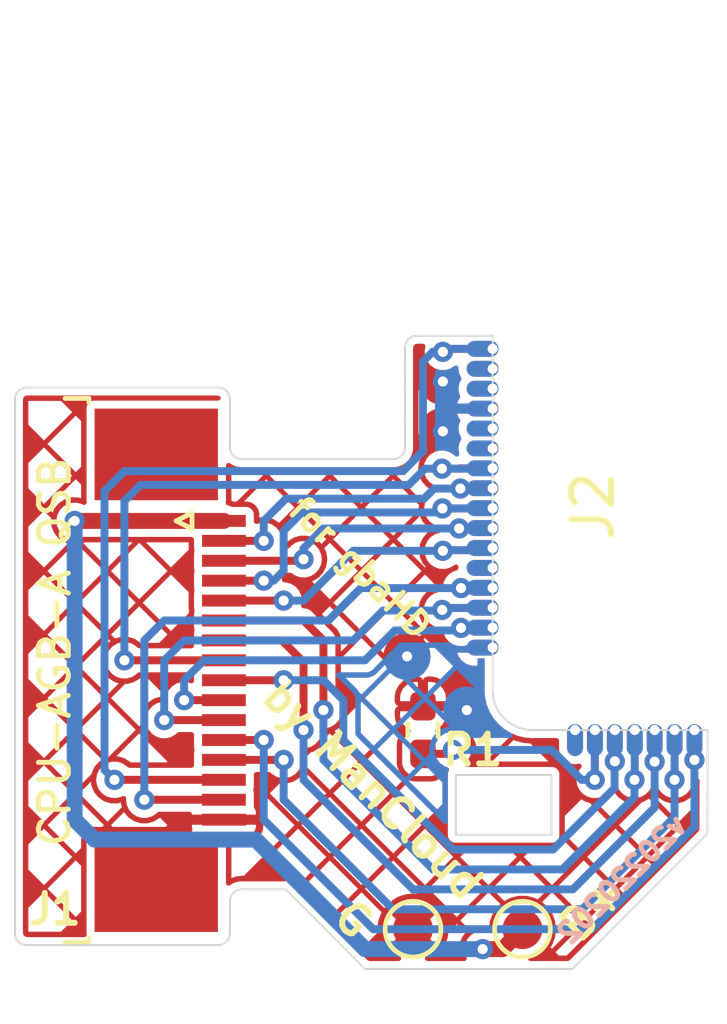
<source format=kicad_pcb>
(kicad_pcb (version 20211014) (generator pcbnew)
  (layers (0 "F.Cu" signal) (31 "B.Cu" signal) (34 "B.Paste" user) (35 "F.Paste" user) (36 "B.SilkS" user "B.Silkscreen") (37 "F.SilkS" user "F.Silkscreen") (38 "B.Mask" user) (39 "F.Mask" user) (44 "Edge.Cuts" user))
  (net 0 "")
  (net 1 "VCC")
  (net 2 "GND")
  (net 3 "Net-(J1-Pad2)")
  (net 4 "Net-(J1-Pad3)")
  (net 5 "Net-(J1-Pad4)")
  (net 6 "Net-(J1-Pad5)")
  (net 7 "Net-(J1-Pad6)")
  (net 8 "Net-(J1-Pad7)")
  (net 9 "Net-(J1-Pad8)")
  (net 10 "Net-(J1-Pad9)")
  (net 11 "Net-(J1-Pad10)")
  (net 12 "Net-(J1-Pad11)")
  (net 13 "Net-(J1-Pad12)")
  (net 14 "Net-(J1-Pad13)")
  (net 15 "Net-(J1-Pad14)")
  (net 16 "Net-(J1-Pad15)")
  (net 17 "Net-(J2-Pad2)")
  (footprint "TestPoint:TestPoint_Pad_D1.0mm" (layer "F.Cu") (at 180.277 92.573)
    (fp_text reference "B+" (at 1.75 -0.5 45) (layer "F.SilkS") (effects (font (size 0.75 0.75))))
    (fp_text value "BAT+")
    (fp_circle (center 0 0) (end 0 0.7) (layer "F.SilkS") (width 0.12) (fill none))
    (pad "1" smd circle locked (at 0 0) (size 1 1) (layers "F.Cu" "F.Mask") (net 1 "VCC"))
  )
  (footprint "Connector_FFC-FPC:TE_1-1734839-6_1x16-1MP_P0.5mm_Horizontal" (layer "F.Cu") (at 171.427 86.073 -90)
    (fp_text reference "J1" (at 6 2.9 180) (layer "F.SilkS") (effects (font (size 0.75 0.75))))
    (fp_text value "Conn_01x16")
    (fp_line (start 6.825 2.04) (end 6.825 2.64) (layer "F.SilkS") (width 0.12))
    (fp_line (start -6.825 2.04) (end -6.825 2.64) (layer "F.SilkS") (width 0.12))
    (fp_line (start -3.55 -0.55) (end -3.95 -0.55) (layer "F.SilkS") (width 0.12))
    (fp_line (start 6.715 2.04) (end 6.825 2.04) (layer "F.SilkS") (width 0.12))
    (fp_line (start -3.95 -0.55) (end -3.75 -0.15) (layer "F.SilkS") (width 0.12))
    (fp_line (start -6.715 2.04) (end -6.825 2.04) (layer "F.SilkS") (width 0.12))
    (fp_line (start -3.75 -0.15) (end -3.55 -0.55) (layer "F.SilkS") (width 0.12))
    (pad "1" smd rect (at -3.75 -1.35 270) (size 0.3 1.1) (layers "F.Cu" "F.Paste" "F.Mask") (net 1 "VCC"))
    (pad "2" smd rect (at -3.25 -1.35 270) (size 0.3 1.1) (layers "F.Cu" "F.Paste" "F.Mask") (net 3 "Net-(J1-Pad2)"))
    (pad "3" smd rect (at -2.75 -1.35 270) (size 0.3 1.1) (layers "F.Cu" "F.Paste" "F.Mask") (net 4 "Net-(J1-Pad3)"))
    (pad "4" smd rect (at -2.25 -1.35 270) (size 0.3 1.1) (layers "F.Cu" "F.Paste" "F.Mask") (net 5 "Net-(J1-Pad4)"))
    (pad "5" smd rect (at -1.75 -1.35 270) (size 0.3 1.1) (layers "F.Cu" "F.Paste" "F.Mask") (net 6 "Net-(J1-Pad5)"))
    (pad "6" smd rect (at -1.25 -1.35 270) (size 0.3 1.1) (layers "F.Cu" "F.Paste" "F.Mask") (net 7 "Net-(J1-Pad6)"))
    (pad "7" smd rect (at -0.75 -1.35 270) (size 0.3 1.1) (layers "F.Cu" "F.Paste" "F.Mask") (net 8 "Net-(J1-Pad7)"))
    (pad "8" smd rect (at -0.25 -1.35 270) (size 0.3 1.1) (layers "F.Cu" "F.Paste" "F.Mask") (net 9 "Net-(J1-Pad8)"))
    (pad "9" smd rect (at 0.25 -1.35 270) (size 0.3 1.1) (layers "F.Cu" "F.Paste" "F.Mask") (net 10 "Net-(J1-Pad9)"))
    (pad "10" smd rect (at 0.75 -1.35 270) (size 0.3 1.1) (layers "F.Cu" "F.Paste" "F.Mask") (net 11 "Net-(J1-Pad10)"))
    (pad "11" smd rect (at 1.25 -1.35 270) (size 0.3 1.1) (layers "F.Cu" "F.Paste" "F.Mask") (net 12 "Net-(J1-Pad11)"))
    (pad "12" smd rect (at 1.75 -1.35 270) (size 0.3 1.1) (layers "F.Cu" "F.Paste" "F.Mask") (net 13 "Net-(J1-Pad12)"))
    (pad "13" smd rect (at 2.25 -1.35 270) (size 0.3 1.1) (layers "F.Cu" "F.Paste" "F.Mask") (net 14 "Net-(J1-Pad13)"))
    (pad "14" smd rect (at 2.75 -1.35 270) (size 0.3 1.1) (layers "F.Cu" "F.Paste" "F.Mask") (net 15 "Net-(J1-Pad14)"))
    (pad "15" smd rect (at 3.25 -1.35 270) (size 0.3 1.1) (layers "F.Cu" "F.Paste" "F.Mask") (net 16 "Net-(J1-Pad15)"))
    (pad "16" smd rect (at 3.75 -1.35 270) (size 0.3 1.1) (layers "F.Cu" "F.Paste" "F.Mask") (net 2 "GND"))
    (pad "MP" smd rect (at 5.42 0.35 270) (size 2.3 3.1) (layers "F.Cu" "F.Paste" "F.Mask"))
    (pad "MP" smd rect (at -5.42 0.35 270) (size 2.3 3.1) (layers "F.Cu" "F.Paste" "F.Mask"))
  )
  (footprint "Resistor_SMD:R_0402_1005Metric_Pad0.72x0.64mm_HandSolder" (layer "F.Cu") (at 177.777 87.573 -90)
    (fp_text reference "R1" (at 0.5 -1.25 180) (layer "F.SilkS") (effects (font (size 0.75 0.75))))
    (fp_text value "100k")
    (fp_line (start -0.167621 -0.38) (end 0.167621 -0.38) (layer "F.SilkS") (width 0.12))
    (fp_line (start -0.167621 0.38) (end 0.167621 0.38) (layer "F.SilkS") (width 0.12))
    (pad "1" smd roundrect locked (at -0.5975 0 270) (size 0.715 0.64) (layers "F.Cu" "F.Paste" "F.Mask") (net 2 "GND"))
    (pad "2" smd roundrect locked (at 0.5975 0 270) (size 0.715 0.64) (layers "F.Cu" "F.Paste" "F.Mask") (net 17 "Net-(J2-Pad2)"))
  )
  (footprint "Nintendo:CPU_AGB_A_INTERFACE" (layer "F.Cu") (at 183.097 82.003 90)
    (fp_text reference "J2" (at 0.05 -1.05 90 unlocked) (layer "F.SilkS"))
    (fp_text value "CPU_AGB_A_Interface")
    (pad "1" thru_hole oval (at -5.57 -1.5 90) (size 0.8 0.4) (drill 0.254 (offset -0.254 0)) (layers *.Cu *.Mask))
    (pad "2" thru_hole oval (at -5.57 -1 90) (size 0.8 0.4) (drill 0.254 (offset -0.254 0)) (layers *.Cu *.Mask) (net 17 "Net-(J2-Pad2)"))
    (pad "3" thru_hole oval (at -5.57 -0.5 90) (size 0.8 0.4) (drill 0.254 (offset -0.254 0)) (layers *.Cu *.Mask) (net 10 "Net-(J1-Pad9)"))
    (pad "4" thru_hole oval (at -5.57 0 90) (size 0.8 0.4) (drill 0.254 (offset -0.254 0)) (layers *.Cu *.Mask) (net 7 "Net-(J1-Pad6)"))
    (pad "5" thru_hole oval (at -5.57 0.5 90) (size 0.8 0.4) (drill 0.254 (offset -0.254 0)) (layers *.Cu *.Mask) (net 8 "Net-(J1-Pad7)"))
    (pad "6" thru_hole oval (at -5.57 1 90) (size 0.8 0.4) (drill 0.254 (offset -0.254 0)) (layers *.Cu *.Mask) (net 14 "Net-(J1-Pad13)"))
    (pad "7" thru_hole oval (at -5.57 1.5 90) (size 0.8 0.4) (drill 0.254 (offset -0.254 0)) (layers *.Cu *.Mask) (net 13 "Net-(J1-Pad12)"))
    (pad "113" thru_hole oval (at 4 -3.57) (size 0.8 0.4) (drill 0.254 (offset -0.254 0)) (layers *.Cu *.Mask) (net 15 "Net-(J1-Pad14)"))
    (pad "114" thru_hole oval (at 3.5 -3.57) (size 0.8 0.4) (drill 0.254 (offset -0.254 0)) (layers *.Cu *.Mask))
    (pad "115" thru_hole oval (at 3 -3.57) (size 0.8 0.4) (drill 0.254 (offset -0.254 0)) (layers *.Cu *.Mask))
    (pad "116" thru_hole oval (at 2.5 -3.57) (size 0.8 0.4) (drill 0.254 (offset -0.254 0)) (layers *.Cu *.Mask) (net 2 "GND"))
    (pad "117" thru_hole oval (at 2 -3.57) (size 0.8 0.4) (drill 0.254 (offset -0.254 0)) (layers *.Cu *.Mask))
    (pad "118" thru_hole oval (at 1.5 -3.57) (size 0.8 0.4) (drill 0.254 (offset -0.254 0)) (layers *.Cu *.Mask))
    (pad "119" thru_hole oval (at 1 -3.57) (size 0.8 0.4) (drill 0.254 (offset -0.254 0)) (layers *.Cu *.Mask) (net 9 "Net-(J1-Pad8)"))
    (pad "120" thru_hole oval (at 0.5 -3.57) (size 0.8 0.4) (drill 0.254 (offset -0.254 0)) (layers *.Cu *.Mask) (net 3 "Net-(J1-Pad2)"))
    (pad "121" thru_hole oval (at 0 -3.57) (size 0.8 0.4) (drill 0.254 (offset -0.254 0)) (layers *.Cu *.Mask) (net 5 "Net-(J1-Pad4)"))
    (pad "122" thru_hole oval (at -0.5 -3.57) (size 0.8 0.4) (drill 0.254 (offset -0.254 0)) (layers *.Cu *.Mask) (net 4 "Net-(J1-Pad3)"))
    (pad "123" thru_hole oval (at -1 -3.57) (size 0.8 0.4) (drill 0.254 (offset -0.254 0)) (layers *.Cu *.Mask) (net 6 "Net-(J1-Pad5)"))
    (pad "124" thru_hole oval (at -1.5 -3.57) (size 0.8 0.4) (drill 0.254 (offset -0.254 0)) (layers *.Cu *.Mask))
    (pad "125" thru_hole oval (at -2 -3.57) (size 0.8 0.4) (drill 0.254 (offset -0.254 0)) (layers *.Cu *.Mask) (net 16 "Net-(J1-Pad15)"))
    (pad "126" thru_hole oval (at -2.5 -3.57) (size 0.8 0.4) (drill 0.254 (offset -0.254 0)) (layers *.Cu *.Mask) (net 12 "Net-(J1-Pad11)"))
    (pad "127" thru_hole oval (at -3 -3.57) (size 0.8 0.4) (drill 0.254 (offset -0.254 0)) (layers *.Cu *.Mask) (net 11 "Net-(J1-Pad10)"))
    (pad "128" thru_hole oval (at -3.5 -3.57) (size 0.8 0.4) (drill 0.254 (offset -0.254 0)) (layers *.Cu *.Mask) (net 2 "GND"))
  )
  (footprint "TestPoint:TestPoint_Pad_D1.0mm" (layer "F.Cu") (at 177.527 92.573)
    (fp_text reference "G" (at -1.5 -0.25 315 unlocked) (layer "F.SilkS") (effects (font (size 0.75 0.75))))
    (fp_text value "GND")
    (fp_circle (center 0 0) (end 0 0.7) (layer "F.SilkS") (width 0.12) (fill none))
    (pad "1" smd circle locked (at 0 0) (size 1 1) (layers "F.Cu" "F.Mask") (net 2 "GND"))
  )
  (gr_arc (start 180.527 87.573) (mid 179.819893 87.280107) (end 179.527 86.573) (layer "Edge.Cuts") (width 0.05))
  (gr_rect (start 178.6028 88.7004) (end 181.0028 90.2004) (layer "Edge.Cuts") (width 0.05) (fill none))
  (gr_line (start 174.327 91.573) (end 176.321497 93.573) (layer "Edge.Cuts") (width 0.05))
  (gr_arc (start 172.627 78.973) (mid 172.839132 79.060868) (end 172.927 79.273) (layer "Edge.Cuts") (width 0.05))
  (gr_line (start 173.227 91.573) (end 174.327 91.573) (layer "Edge.Cuts") (width 0.05))
  (gr_line (start 179.527 77.673) (end 177.627 77.673) (layer "Edge.Cuts") (width 0.05))
  (gr_arc (start 172.927 92.673) (mid 172.839132 92.885132) (end 172.627 92.973) (layer "Edge.Cuts") (width 0.05))
  (gr_arc (start 173.227 80.773) (mid 173.014868 80.685132) (end 172.927 80.473) (layer "Edge.Cuts") (width 0.05))
  (gr_line (start 177.027 80.773503) (end 173.227 80.773) (layer "Edge.Cuts") (width 0.05))
  (gr_line (start 177.327 77.973) (end 177.327503 80.473) (layer "Edge.Cuts") (width 0.05))
  (gr_arc (start 177.327 77.973) (mid 177.414868 77.760868) (end 177.627 77.673) (layer "Edge.Cuts") (width 0.05))
  (gr_line (start 172.927 80.473) (end 172.927 79.273) (layer "Edge.Cuts") (width 0.05))
  (gr_arc (start 167.827 92.973) (mid 167.614868 92.885132) (end 167.527 92.673) (layer "Edge.Cuts") (width 0.05))
  (gr_line (start 184.927 87.573) (end 184.922 90.173) (layer "Edge.Cuts") (width 0.05))
  (gr_arc (start 172.927 91.873) (mid 173.014868 91.660868) (end 173.227 91.573) (layer "Edge.Cuts") (width 0.05))
  (gr_line (start 167.827 92.973) (end 172.627 92.973) (layer "Edge.Cuts") (width 0.05))
  (gr_line (start 179.527 77.673) (end 179.527 86.573) (layer "Edge.Cuts") (width 0.05))
  (gr_line (start 180.527 87.573) (end 184.927 87.573) (layer "Edge.Cuts") (width 0.05))
  (gr_line (start 172.927 92.673) (end 172.927 91.873) (layer "Edge.Cuts") (width 0.05))
  (gr_arc (start 177.327503 80.473) (mid 177.239488 80.685488) (end 177.027 80.773503) (layer "Edge.Cuts") (width 0.05))
  (gr_line (start 167.527 79.273) (end 167.527 92.673) (layer "Edge.Cuts") (width 0.05))
  (gr_arc (start 167.527 79.273) (mid 167.614868 79.060868) (end 167.827 78.973) (layer "Edge.Cuts") (width 0.05))
  (gr_line (start 181.527 93.573) (end 184.922 90.173) (layer "Edge.Cuts") (width 0.05))
  (gr_line (start 181.527 93.573) (end 176.321497 93.573) (layer "Edge.Cuts") (width 0.05))
  (gr_line (start 172.627 78.973) (end 167.827 78.973) (layer "Edge.Cuts") (width 0.05))
  (gr_text "v20220202" (at 182.777 91.323 45) (layer "B.SilkS") (effects (font (size 0.5 0.5) (thickness 0.125)) (justify mirror)))
  (gr_text "for gbaHD" (at 174.527 81.823 315) (layer "F.SilkS") (effects (font (size 0.6 0.6) (thickness 0.125)) (justify left)))
  (gr_text "CPU-AGB-A QSB" (at 168.527 90.573 90) (layer "F.SilkS") (effects (font (size 0.75 0.75) (thickness 0.125)) (justify left)))
  (gr_text "by ManCloud" (at 176.527 89.073 315) (layer "F.SilkS") (effects (font (size 0.75 0.75))))
  (segment (start 179.777 93.073) (end 179.277 93.073) (width 0.4) (layer "F.Cu") (net 1))
  (segment (start 169.027 82.323) (end 172.777 82.323) (width 0.4) (layer "F.Cu") (net 1))
  (segment (start 180.277 92.573) (end 179.777 93.073) (width 0.4) (layer "F.Cu") (net 1))
  (via (at 169.027 82.323) (size 0.508) (drill 0.254) (layers "F.Cu" "B.Cu") (net 1))
  (via (at 179.277 93.073) (size 0.508) (drill 0.254) (layers "F.Cu" "B.Cu") (net 1))
  (segment (start 179.277 93.073) (end 176.319879 93.073) (width 0.4) (layer "B.Cu") (net 1))
  (segment (start 169.527 90.323) (end 169.027 89.823) (width 0.4) (layer "B.Cu") (net 1))
  (segment (start 176.319879 93.073) (end 174.550913 91.299153) (width 0.4) (layer "B.Cu") (net 1))
  (segment (start 173.57476 90.323) (end 169.527 90.323) (width 0.4) (layer "B.Cu") (net 1))
  (segment (start 174.550913 91.299153) (end 173.82476 90.573) (width 0.4) (layer "B.Cu") (net 1))
  (segment (start 173.82476 90.573) (end 173.57476 90.323) (width 0.4) (layer "B.Cu") (net 1))
  (segment (start 169.027 89.823) (end 169.027 82.323) (width 0.4) (layer "B.Cu") (net 1))
  (via (at 178.877 87.073) (size 0.508) (drill 0.254) (layers "F.Cu" "B.Cu") (net 2))
  (via (at 178.277 80.073) (size 0.508) (drill 0.254) (layers "F.Cu" "B.Cu") (net 2))
  (via (at 178.277 78.823) (size 0.508) (drill 0.254) (layers "F.Cu" "B.Cu") (net 2))
  (via (at 177.377 85.723) (size 0.508) (drill 0.254) (layers "F.Cu" "B.Cu") (net 2))
  (segment (start 172.777 82.823) (end 173.777 82.823) (width 0.2) (layer "F.Cu") (net 3))
  (segment (start 178.716808 81.51039) (end 178.724198 81.503) (width 0.2) (layer "F.Cu") (net 3))
  (segment (start 178.724198 81.503) (end 179.27508 81.503) (width 0.2) (layer "F.Cu") (net 3))
  (via (at 178.716808 81.51039) (size 0.508) (drill 0.254) (layers "F.Cu" "B.Cu") (net 3))
  (via (at 173.777 82.823) (size 0.508) (drill 0.254) (layers "F.Cu" "B.Cu") (net 3))
  (segment (start 178.716808 81.51039) (end 179.26769 81.51039) (width 0.2) (layer "B.Cu") (net 3))
  (segment (start 178.716808 81.51039) (end 178.473671 81.51039) (width 0.2) (layer "B.Cu") (net 3))
  (segment (start 177.806047 81.76414) (end 174.33586 81.76414) (width 0.2) (layer "B.Cu") (net 3))
  (segment (start 179.26769 81.51039) (end 179.27508 81.503) (width 0.2) (layer "B.Cu") (net 3))
  (segment (start 173.777 82.323) (end 173.777 82.823) (width 0.2) (layer "B.Cu") (net 3))
  (segment (start 178.059808 81.510379) (end 177.806047 81.76414) (width 0.2) (layer "B.Cu") (net 3))
  (segment (start 178.47366 81.510379) (end 178.059808 81.510379) (width 0.2) (layer "B.Cu") (net 3))
  (segment (start 178.473671 81.51039) (end 178.47366 81.510379) (width 0.2) (layer "B.Cu") (net 3))
  (segment (start 174.33586 81.76414) (end 173.777 82.323) (width 0.2) (layer "B.Cu") (net 3))
  (segment (start 174.738681 83.323) (end 172.777 83.323) (width 0.2) (layer "F.Cu") (net 4))
  (segment (start 174.77655 83.285131) (end 174.738681 83.323) (width 0.2) (layer "F.Cu") (net 4))
  (segment (start 178.694043 82.503) (end 179.27508 82.503) (width 0.2) (layer "F.Cu") (net 4))
  (segment (start 178.684543 82.5125) (end 178.694043 82.503) (width 0.2) (layer "F.Cu") (net 4))
  (via (at 178.684543 82.5125) (size 0.508) (drill 0.254) (layers "F.Cu" "B.Cu") (net 4))
  (via (at 174.77655 83.285131) (size 0.508) (drill 0.254) (layers "F.Cu" "B.Cu") (net 4))
  (segment (start 179.27508 82.5125) (end 179.27508 82.503) (width 0.2) (layer "B.Cu") (net 4))
  (segment (start 174.77655 83.01295) (end 175.277 82.5125) (width 0.2) (layer "B.Cu") (net 4))
  (segment (start 178.684543 82.5125) (end 179.27508 82.5125) (width 0.2) (layer "B.Cu") (net 4))
  (segment (start 174.77655 83.285131) (end 174.77655 83.01295) (width 0.2) (layer "B.Cu") (net 4))
  (segment (start 175.277 82.5125) (end 178.684543 82.5125) (width 0.2) (layer "B.Cu") (net 4))
  (segment (start 179.27508 82.00994) (end 179.27508 82.003) (width 0.2) (layer "F.Cu") (net 5))
  (segment (start 178.266734 82.00994) (end 179.27508 82.00994) (width 0.2) (layer "F.Cu") (net 5))
  (segment (start 172.777 83.823) (end 173.777 83.823) (width 0.2) (layer "F.Cu") (net 5))
  (via (at 173.777 83.823) (size 0.508) (drill 0.254) (layers "F.Cu" "B.Cu") (net 5))
  (via (at 178.266734 82.00994) (size 0.508) (drill 0.254) (layers "F.Cu" "B.Cu") (net 5))
  (segment (start 173.777 83.823) (end 174.027 83.823) (width 0.2) (layer "B.Cu") (net 5))
  (segment (start 174.277 82.573) (end 174.527 82.323) (width 0.2) (layer "B.Cu") (net 5))
  (segment (start 174.277 83.573) (end 174.277 82.573) (width 0.2) (layer "B.Cu") (net 5))
  (segment (start 178.266734 82.00994) (end 179.27508 82.00994) (width 0.2) (layer "B.Cu") (net 5))
  (segment (start 174.027 83.823) (end 174.277 83.573) (width 0.2) (layer "B.Cu") (net 5))
  (segment (start 174.527 82.323) (end 174.74029 82.10971) (width 0.2) (layer "B.Cu") (net 5))
  (segment (start 174.74029 82.10971) (end 178.166964 82.10971) (width 0.2) (layer "B.Cu") (net 5))
  (segment (start 178.166964 82.10971) (end 178.266734 82.00994) (width 0.2) (layer "B.Cu") (net 5))
  (segment (start 179.27508 82.00994) (end 179.27508 82.003) (width 0.2) (layer "B.Cu") (net 5))
  (segment (start 172.777 84.323) (end 174.277 84.323) (width 0.2) (layer "F.Cu") (net 6))
  (segment (start 179.27508 83.012061) (end 179.27508 83.003) (width 0.2) (layer "F.Cu") (net 6))
  (segment (start 179.22065 83.05743) (end 179.27508 83.003) (width 0.2) (layer "F.Cu") (net 6))
  (segment (start 178.277 83.073) (end 178.29257 83.05743) (width 0.2) (layer "F.Cu") (net 6))
  (segment (start 178.277 83.073) (end 178.337939 83.012061) (width 0.2) (layer "F.Cu") (net 6))
  (segment (start 178.29257 83.05743) (end 179.22065 83.05743) (width 0.2) (layer "F.Cu") (net 6))
  (via (at 178.277 83.073) (size 0.508) (drill 0.254) (layers "F.Cu" "B.Cu") (net 6))
  (via (at 174.277 84.323) (size 0.508) (drill 0.254) (layers "F.Cu" "B.Cu") (net 6))
  (segment (start 178.29257 83.05743) (end 179.22065 83.05743) (width 0.2) (layer "B.Cu") (net 6))
  (segment (start 178.277 83.073) (end 178.29257 83.05743) (width 0.2) (layer "B.Cu") (net 6))
  (segment (start 174.277 84.323) (end 174.777 84.323) (width 0.2) (layer "B.Cu") (net 6))
  (segment (start 174.777 84.323) (end 176.027 83.073) (width 0.2) (layer "B.Cu") (net 6))
  (segment (start 176.027 83.073) (end 178.277 83.073) (width 0.2) (layer "B.Cu") (net 6))
  (segment (start 179.22065 83.05743) (end 179.27508 83.003) (width 0.2) (layer "B.Cu") (net 6))
  (segment (start 183.09006 88.823) (end 183.097 88.81606) (width 0.2) (layer "F.Cu") (net 7))
  (segment (start 174.777 84.823) (end 172.777 84.823) (width 0.2) (layer "F.Cu") (net 7))
  (segment (start 175.277 85.323) (end 174.777 84.823) (width 0.2) (layer "F.Cu") (net 7))
  (segment (start 183.097 88.81606) (end 183.097 87.82492) (width 0.2) (layer "F.Cu") (net 7))
  (segment (start 175.277 87.073) (end 175.277 85.323) (width 0.2) (layer "F.Cu") (net 7))
  (via (at 183.09006 88.823) (size 0.508) (drill 0.254) (layers "F.Cu" "B.Cu") (net 7))
  (via (at 175.277 87.073) (size 0.508) (drill 0.254) (layers "F.Cu" "B.Cu") (net 7))
  (segment (start 181.277 91.073) (end 183.09006 89.25994) (width 0.2) (layer "B.Cu") (net 7))
  (segment (start 183.097 88.81606) (end 183.097 87.82492) (width 0.2) (layer "B.Cu") (net 7))
  (segment (start 178.027 91.073) (end 181.277 91.073) (width 0.2) (layer "B.Cu") (net 7))
  (segment (start 183.09006 89.25994) (end 183.09006 88.823) (width 0.2) (layer "B.Cu") (net 7))
  (segment (start 175.277 87.073) (end 175.277 88.323) (width 0.2) (layer "B.Cu") (net 7))
  (segment (start 175.277 88.323) (end 178.027 91.073) (width 0.2) (layer "B.Cu") (net 7))
  (segment (start 183.09006 88.823) (end 183.097 88.81606) (width 0.2) (layer "B.Cu") (net 7))
  (segment (start 174.777 85.866513) (end 174.233487 85.323) (width 0.2) (layer "F.Cu") (net 8))
  (segment (start 183.597 88.367405) (end 183.597 87.82492) (width 0.2) (layer "F.Cu") (net 8))
  (segment (start 174.777 87.573) (end 174.777 85.866513) (width 0.2) (layer "F.Cu") (net 8))
  (segment (start 174.233487 85.323) (end 172.777 85.323) (width 0.2) (layer "F.Cu") (net 8))
  (segment (start 183.59655 88.366955) (end 183.597 88.367405) (width 0.2) (layer "F.Cu") (net 8))
  (via (at 174.777 87.573) (size 0.508) (drill 0.254) (layers "F.Cu" "B.Cu") (net 8))
  (via (at 183.59655 88.366955) (size 0.508) (drill 0.254) (layers "F.Cu" "B.Cu") (net 8))
  (segment (start 174.777 87.573) (end 174.777 88.823) (width 0.2) (layer "B.Cu") (net 8))
  (segment (start 183.59655 88.366955) (end 183.59655 87.82492) (width 0.2) (layer "B.Cu") (net 8))
  (segment (start 174.777 88.823) (end 177.527 91.573) (width 0.2) (layer "B.Cu") (net 8))
  (segment (start 183.59655 89.518357) (end 183.59655 88.366955) (width 0.2) (layer "B.Cu") (net 8))
  (segment (start 177.527 91.573) (end 181.541907 91.573) (width 0.2) (layer "B.Cu") (net 8))
  (segment (start 181.541907 91.573) (end 183.59655 89.518357) (width 0.2) (layer "B.Cu") (net 8))
  (segment (start 178.707 81.003) (end 179.27508 81.003) (width 0.2) (layer "F.Cu") (net 9))
  (segment (start 178.253405 81.010829) (end 178.699171 81.010829) (width 0.2) (layer "F.Cu") (net 9))
  (segment (start 178.699171 81.010829) (end 178.707 81.003) (width 0.2) (layer "F.Cu") (net 9))
  (segment (start 172.777 85.823) (end 170.277 85.823) (width 0.2) (layer "F.Cu") (net 9))
  (via (at 170.277 85.823) (size 0.508) (drill 0.254) (layers "F.Cu" "B.Cu") (net 9))
  (via (at 178.253405 81.010829) (size 0.508) (drill 0.254) (layers "F.Cu" "B.Cu") (net 9))
  (segment (start 177.827881 81.010829) (end 177.42014 81.41857) (width 0.2) (layer "B.Cu") (net 9))
  (segment (start 170.68143 81.41857) (end 170.277 81.823) (width 0.2) (layer "B.Cu") (net 9))
  (segment (start 178.253405 81.010829) (end 179.27508 81.010829) (width 0.2) (layer "B.Cu") (net 9))
  (segment (start 178.253405 81.010829) (end 177.827881 81.010829) (width 0.2) (layer "B.Cu") (net 9))
  (segment (start 179.27508 81.010829) (end 179.27508 81.003) (width 0.2) (layer "B.Cu") (net 9))
  (segment (start 170.277 81.823) (end 170.277 85.823) (width 0.2) (layer "B.Cu") (net 9))
  (segment (start 177.42014 81.41857) (end 170.68143 81.41857) (width 0.2) (layer "B.Cu") (net 9))
  (segment (start 174.277 86.323) (end 172.777 86.323) (width 0.2) (layer "F.Cu") (net 10))
  (segment (start 182.597 88.357848) (end 182.597 87.82492) (width 0.2) (layer "F.Cu") (net 10))
  (via (at 174.277 86.323) (size 0.508) (drill 0.254) (layers "F.Cu" "B.Cu") (net 10))
  (via (at 182.597 88.357848) (size 0.508) (drill 0.254) (layers "F.Cu" "B.Cu") (net 10))
  (segment (start 175.277 86.323) (end 175.777 86.823) (width 0.2) (layer "B.Cu") (net 10))
  (segment (start 181.047436 90.573) (end 182.59051 89.029926) (width 0.2) (layer "B.Cu") (net 10))
  (segment (start 182.59051 88.364338) (end 182.597 88.357848) (width 0.2) (layer "B.Cu") (net 10))
  (segment (start 175.777 87.823) (end 178.527 90.573) (width 0.2) (layer "B.Cu") (net 10))
  (segment (start 174.277 86.323) (end 175.277 86.323) (width 0.2) (layer "B.Cu") (net 10))
  (segment (start 178.527 90.573) (end 181.047436 90.573) (width 0.2) (layer "B.Cu") (net 10))
  (segment (start 182.597 88.357848) (end 182.597 87.82492) (width 0.2) (layer "B.Cu") (net 10))
  (segment (start 175.777 86.823) (end 175.777 87.823) (width 0.2) (layer "B.Cu") (net 10))
  (segment (start 182.59051 89.029926) (end 182.59051 88.364338) (width 0.2) (layer "B.Cu") (net 10))
  (segment (start 178.733045 85.009146) (end 178.739191 85.003) (width 0.2) (layer "F.Cu") (net 11))
  (segment (start 172.777 86.823) (end 171.777 86.823) (width 0.2) (layer "F.Cu") (net 11))
  (segment (start 178.739191 85.003) (end 179.27508 85.003) (width 0.2) (layer "F.Cu") (net 11))
  (via (at 171.777 86.823) (size 0.508) (drill 0.254) (layers "F.Cu" "B.Cu") (net 11))
  (via (at 178.733045 85.009146) (size 0.508) (drill 0.254) (layers "F.Cu" "B.Cu") (net 11))
  (segment (start 172.277 85.823) (end 171.777 86.323) (width 0.2) (layer "B.Cu") (net 11))
  (segment (start 177.070513 85.073) (end 176.320513 85.823) (width 0.2) (layer "B.Cu") (net 11))
  (segment (start 171.777 86.323) (end 171.777 86.823) (width 0.2) (layer "B.Cu") (net 11))
  (segment (start 176.320513 85.823) (end 172.277 85.823) (width 0.2) (layer "B.Cu") (net 11))
  (segment (start 178.669191 85.073) (end 177.070513 85.073) (width 0.2) (layer "B.Cu") (net 11))
  (segment (start 178.733045 85.009146) (end 179.268934 85.009146) (width 0.2) (layer "B.Cu") (net 11))
  (segment (start 179.268934 85.009146) (end 179.27508 85.003) (width 0.2) (layer "B.Cu") (net 11))
  (segment (start 178.733045 85.009146) (end 178.669191 85.073) (width 0.2) (layer "B.Cu") (net 11))
  (segment (start 179.268495 84.509585) (end 179.27508 84.503) (width 0.2) (layer "F.Cu") (net 12))
  (segment (start 178.260724 84.557434) (end 178.308573 84.509585) (width 0.2) (layer "F.Cu") (net 12))
  (segment (start 172.777 87.323) (end 171.277 87.323) (width 0.2) (layer "F.Cu") (net 12))
  (segment (start 178.308573 84.509585) (end 179.268495 84.509585) (width 0.2) (layer "F.Cu") (net 12))
  (via (at 171.277 87.323) (size 0.508) (drill 0.254) (layers "F.Cu" "B.Cu") (net 12))
  (via (at 178.260724 84.557434) (size 0.508) (drill 0.254) (layers "F.Cu" "B.Cu") (net 12))
  (segment (start 171.277 87.323) (end 171.277 85.823) (width 0.2) (layer "B.Cu") (net 12))
  (segment (start 176.777 84.573) (end 178.245158 84.573) (width 0.2) (layer "B.Cu") (net 12))
  (segment (start 171.777 85.323) (end 176.027 85.323) (width 0.2) (layer "B.Cu") (net 12))
  (segment (start 179.268495 84.509585) (end 179.27508 84.503) (width 0.2) (layer "B.Cu") (net 12))
  (segment (start 178.245158 84.573) (end 178.260724 84.557434) (width 0.2) (layer "B.Cu") (net 12))
  (segment (start 176.027 85.323) (end 176.777 84.573) (width 0.2) (layer "B.Cu") (net 12))
  (segment (start 178.260724 84.557434) (end 178.308573 84.509585) (width 0.2) (layer "B.Cu") (net 12))
  (segment (start 171.277 85.823) (end 171.777 85.323) (width 0.2) (layer "B.Cu") (net 12))
  (segment (start 178.308573 84.509585) (end 179.268495 84.509585) (width 0.2) (layer "B.Cu") (net 12))
  (segment (start 184.596542 88.323) (end 184.596542 87.82492) (width 0.2) (layer "F.Cu") (net 13))
  (segment (start 172.777 87.823) (end 173.777 87.823) (width 0.2) (layer "F.Cu") (net 13))
  (via (at 184.596542 88.323) (size 0.508) (drill 0.254) (layers "F.Cu" "B.Cu") (net 13))
  (via (at 173.777 87.823) (size 0.508) (drill 0.254) (layers "F.Cu" "B.Cu") (net 13))
  (segment (start 173.777 89.823) (end 173.777 87.823) (width 0.2) (layer "B.Cu") (net 13))
  (segment (start 184.596542 90.003458) (end 182.027 92.573) (width 0.2) (layer "B.Cu") (net 13))
  (segment (start 184.596542 88.323) (end 184.596542 90.003458) (width 0.2) (layer "B.Cu") (net 13))
  (segment (start 176.527 92.573) (end 173.777 89.823) (width 0.2) (layer "B.Cu") (net 13))
  (segment (start 182.027 92.573) (end 176.527 92.573) (width 0.2) (layer "B.Cu") (net 13))
  (segment (start 184.596542 88.323) (end 184.596542 87.82492) (width 0.2) (layer "B.Cu") (net 13))
  (segment (start 184.096992 88.573) (end 184.096992 87.82492) (width 0.2) (layer "F.Cu") (net 14))
  (segment (start 184.0961 88.823) (end 184.0961 88.573892) (width 0.2) (layer "F.Cu") (net 14))
  (segment (start 174.277 88.323) (end 172.777 88.323) (width 0.2) (layer "F.Cu") (net 14))
  (segment (start 184.0961 88.573892) (end 184.096992 88.573) (width 0.2) (layer "F.Cu") (net 14))
  (via (at 174.277 88.323) (size 0.508) (drill 0.254) (layers "F.Cu" "B.Cu") (net 14))
  (via (at 184.0961 88.823) (size 0.508) (drill 0.254) (layers "F.Cu" "B.Cu") (net 14))
  (segment (start 184.0961 87.82492) (end 184.097 87.82492) (width 0.2) (layer "B.Cu") (net 14))
  (segment (start 184.0961 89.7539) (end 181.777 92.073) (width 0.2) (layer "B.Cu") (net 14))
  (segment (start 177.027 92.073) (end 174.277 89.323) (width 0.2) (layer "B.Cu") (net 14))
  (segment (start 174.277 89.323) (end 174.277 88.323) (width 0.2) (layer "B.Cu") (net 14))
  (segment (start 181.777 92.073) (end 177.027 92.073) (width 0.2) (layer "B.Cu") (net 14))
  (segment (start 184.0961 88.823) (end 184.0961 87.82492) (width 0.2) (layer "B.Cu") (net 14))
  (segment (start 184.0961 88.823) (end 184.0961 89.7539) (width 0.2) (layer "B.Cu") (net 14))
  (segment (start 178.277 78.0789) (end 178.3529 78.003) (width 0.2) (layer "F.Cu") (net 15))
  (segment (start 172.777 88.823) (end 170.027 88.823) (width 0.2) (layer "F.Cu") (net 15))
  (segment (start 178.3529 78.003) (end 179.27508 78.003) (width 0.2) (layer "F.Cu") (net 15))
  (via (at 178.277 78.0789) (size 0.508) (drill 0.254) (layers "F.Cu" "B.Cu") (net 15))
  (via (at 170.027 88.823) (size 0.508) (drill 0.254) (layers "F.Cu" "B.Cu") (net 15))
  (segment (start 177.277 81.073) (end 177.777 80.573) (width 0.2) (layer "B.Cu") (net 15))
  (segment (start 178.2711 78.073) (end 178.277 78.0789) (width 0.2) (layer "B.Cu") (net 15))
  (segment (start 178.277 78.0789) (end 178.3529 78.003) (width 0.2) (layer "B.Cu") (net 15))
  (segment (start 177.777 78.323) (end 178.027 78.073) (width 0.2) (layer "B.Cu") (net 15))
  (segment (start 178.027 78.073) (end 178.2711 78.073) (width 0.2) (layer "B.Cu") (net 15))
  (segment (start 177.777 80.573) (end 177.777 78.323) (width 0.2) (layer "B.Cu") (net 15))
  (segment (start 170.277 81.073) (end 177.277 81.073) (width 0.2) (layer "B.Cu") (net 15))
  (segment (start 178.3529 78.003) (end 179.27508 78.003) (width 0.2) (layer "B.Cu") (net 15))
  (segment (start 169.777 88.573) (end 169.777 81.573) (width 0.2) (layer "B.Cu") (net 15))
  (segment (start 169.777 81.573) (end 170.277 81.073) (width 0.2) (layer "B.Cu") (net 15))
  (segment (start 170.027 88.823) (end 169.777 88.573) (width 0.2) (layer "B.Cu") (net 15))
  (segment (start 170.77745 89.323) (end 172.777 89.323) (width 0.2) (layer "F.Cu") (net 16))
  (segment (start 170.777 89.32255) (end 170.77745 89.323) (width 0.2) (layer "F.Cu") (net 16))
  (segment (start 178.733045 84.009146) (end 179.27508 84.009146) (width 0.2) (layer "F.Cu") (net 16))
  (segment (start 179.27508 84.009146) (end 179.27508 84.003) (width 0.2) (layer "F.Cu") (net 16))
  (via (at 178.733045 84.009146) (size 0.508) (drill 0.254) (layers "F.Cu" "B.Cu") (net 16))
  (via (at 170.777 89.32255) (size 0.508) (drill 0.254) (layers "F.Cu" "B.Cu") (net 16))
  (segment (start 179.268934 84.009146) (end 179.27508 84.003) (width 0.2) (layer "B.Cu") (net 16))
  (segment (start 178.733045 84.009146) (end 179.268934 84.009146) (width 0.2) (layer "B.Cu") (net 16))
  (segment (start 170.777 89.32255) (end 170.777 85.323) (width 0.2) (layer "B.Cu") (net 16))
  (segment (start 171.277 84.823) (end 175.402 84.823) (width 0.2) (layer "B.Cu") (net 16))
  (segment (start 175.402 84.823) (end 176.215854 84.009146) (width 0.2) (layer "B.Cu") (net 16))
  (segment (start 176.215854 84.009146) (end 178.733045 84.009146) (width 0.2) (layer "B.Cu") (net 16))
  (segment (start 170.777 85.323) (end 171.277 84.823) (width 0.2) (layer "B.Cu") (net 16))
  (segment (start 178.4295 88.1705) (end 178.527 88.073) (width 0.2) (layer "F.Cu") (net 17))
  (segment (start 182.090949 88.823) (end 182.097 88.816949) (width 0.2) (layer "F.Cu") (net 17))
  (segment (start 177.777 88.1705) (end 178.4295 88.1705) (width 0.2) (layer "F.Cu") (net 17))
  (segment (start 182.097 88.816949) (end 182.097 87.82492) (width 0.2) (layer "F.Cu") (net 17))
  (via (at 178.527 88.073) (size 0.508) (drill 0.254) (layers "F.Cu" "B.Cu") (net 17))
  (via (at 182.090949 88.823) (size 0.508) (drill 0.254) (layers "F.Cu" "B.Cu") (net 17))
  (segment (start 182.090949 88.823) (end 181.762869 88.823) (width 0.2) (layer "B.Cu") (net 17))
  (segment (start 181.762869 88.823) (end 181.012869 88.073) (width 0.2) (layer "B.Cu") (net 17))
  (segment (start 181.012869 88.073) (end 178.527 88.073) (width 0.2) (layer "B.Cu") (net 17))
  (segment (start 182.090949 88.823) (end 182.090949 87.82492) (width 0.2) (layer "B.Cu") (net 17))
  (segment (start 182.090949 87.82492) (end 182.097 87.82492) (width 0.2) (layer "B.Cu") (net 17))
  (zone (net 2) (net_name "GND") (layers F&B.Cu) (connect_pads (clearance 0.2)) (min_thickness 0.127) (fill yes (mode hatch) (thermal_gap 0.254) (thermal_bridge_width 0.254) (hatch_thickness 0.127) (hatch_gap 1) (hatch_orientation 45) (hatch_border_algorithm hatch_thickness) (hatch_min_hole_area 0.3))
    (polygon (pts (xy 179.027 85.773) (xy 179.527 85.773) (xy 179.527 86.573) (xy 180.527 86.573) (xy 180.527 87.573) (xy 184.927 87.573) (xy 184.927 90.173) (xy 181.527 93.573) (xy 176.327 93.573) (xy 174.327 91.573) (xy 172.927 91.573) (xy 172.927 92.973) (xy 167.527 92.973) (xy 167.527 78.973) (xy 172.927 78.973) (xy 172.927 80.773) (xy 177.327 80.773) (xy 177.327 77.673) (xy 179.027 77.673)))
  )
)
</source>
